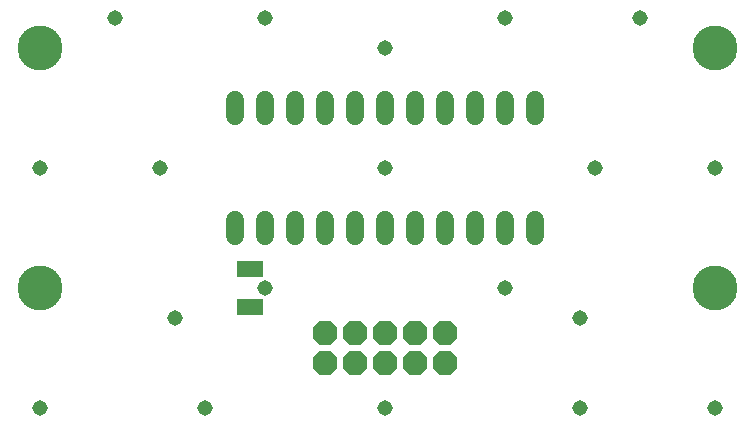
<source format=gbs>
G75*
G70*
%OFA0B0*%
%FSLAX24Y24*%
%IPPOS*%
%LPD*%
%AMOC8*
5,1,8,0,0,1.08239X$1,22.5*
%
%ADD10C,0.0600*%
%ADD11OC8,0.0820*%
%ADD12C,0.1497*%
%ADD13R,0.0867X0.0552*%
%ADD14C,0.0516*%
D10*
X008600Y006840D02*
X008600Y007360D01*
X009600Y007360D02*
X009600Y006840D01*
X010600Y006840D02*
X010600Y007360D01*
X011600Y007360D02*
X011600Y006840D01*
X012600Y006840D02*
X012600Y007360D01*
X013600Y007360D02*
X013600Y006840D01*
X014600Y006840D02*
X014600Y007360D01*
X015600Y007360D02*
X015600Y006840D01*
X016600Y006840D02*
X016600Y007360D01*
X017600Y007360D02*
X017600Y006840D01*
X018600Y006840D02*
X018600Y007360D01*
X018600Y010840D02*
X018600Y011360D01*
X017600Y011360D02*
X017600Y010840D01*
X016600Y010840D02*
X016600Y011360D01*
X015600Y011360D02*
X015600Y010840D01*
X014600Y010840D02*
X014600Y011360D01*
X013600Y011360D02*
X013600Y010840D01*
X012600Y010840D02*
X012600Y011360D01*
X011600Y011360D02*
X011600Y010840D01*
X010600Y010840D02*
X010600Y011360D01*
X009600Y011360D02*
X009600Y010840D01*
X008600Y010840D02*
X008600Y011360D01*
D11*
X011600Y003600D03*
X012600Y003600D03*
X013600Y003600D03*
X014600Y003600D03*
X015600Y003600D03*
X015600Y002600D03*
X014600Y002600D03*
X013600Y002600D03*
X012600Y002600D03*
X011600Y002600D03*
D12*
X002100Y005100D03*
X002100Y013100D03*
X024600Y013100D03*
X024600Y005100D03*
D13*
X009100Y004470D03*
X009100Y005730D03*
D14*
X002100Y001100D03*
X006600Y004100D03*
X009600Y005100D03*
X007600Y001100D03*
X013600Y001100D03*
X020100Y001100D03*
X024600Y001100D03*
X020100Y004100D03*
X017600Y005100D03*
X020600Y009100D03*
X024600Y009100D03*
X022100Y014100D03*
X017600Y014100D03*
X013600Y013100D03*
X009600Y014100D03*
X004600Y014100D03*
X006100Y009100D03*
X002100Y009100D03*
X013600Y009100D03*
M02*

</source>
